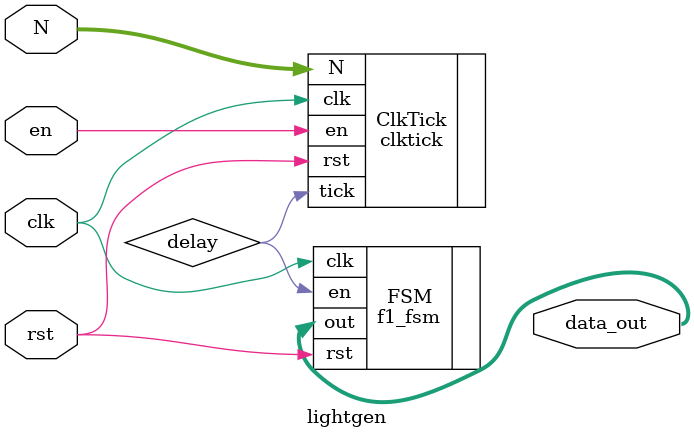
<source format=sv>
module lightgen (
    // interface signals
    input  logic             clk,      // clock 
    input  logic             rst,      // reset
    input  logic             en,       // enable signal
    input  logic [15:0]      N,        // clock divided by N+1
    output logic [7:0]	     data_out  // output
);
    logic                    delay;

clktick ClkTick (
    .clk (clk),
    .rst (rst),
    .en (en),
    .N (N),
    .tick (delay)
);

f1_fsm FSM (
    .clk (clk),
    .rst (rst),
    .en (delay),
    .out (data_out)
);

endmodule

</source>
